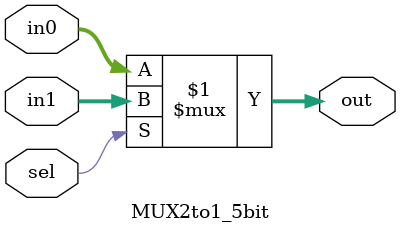
<source format=v>
module MUX2to1_5bit(in0, in1, sel, out);
    input [4:0] in0, in1;
    input sel;
    output [4:0] out;

    assign out = (sel) ? in1 : in0; // Seleciona in1 se sel for 1, caso contrário in0
endmodule

</source>
